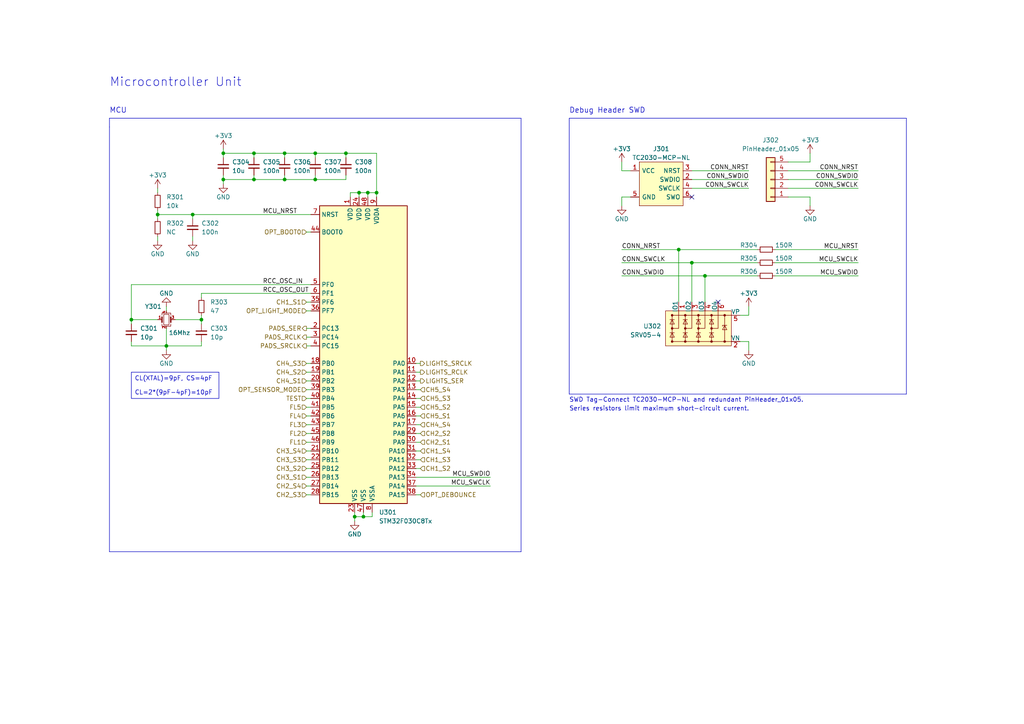
<source format=kicad_sch>
(kicad_sch (version 20221110) (generator eeschema)
  (paper "A4")
  (title_block (title "BD845-PWB") (date "2022-11-27") (rev "1") (company "BlueDot, Vincenzo Fortunato"))
  (lib_symbols
    (symbol "Connector_Generic:Conn_01x05" (pin_names (offset 1.016) hide)
      (property "Reference" "J" (at 0 7.62 0))
      (property "Value" "Conn_01x05" (at 0 -7.62 0))
      (symbol "Conn_01x05_1_1"
        (rectangle (start -1.27 -4.953) (end 0 -5.207) (stroke (width 0.1524)))
        (rectangle (start -1.27 -2.413) (end 0 -2.667) (stroke (width 0.1524)))
        (rectangle (start -1.27 0.127) (end 0 -0.127) (stroke (width 0.1524)))
        (rectangle (start -1.27 2.667) (end 0 2.413) (stroke (width 0.1524)))
        (rectangle (start -1.27 5.207) (end 0 4.953) (stroke (width 0.1524)))
        (rectangle (start -1.27 6.35) (end 1.27 -6.35) (stroke (width 0.254)) (fill (type background)))
        (pin passive line (at -5.08 5.08 0) (length 3.81) (name "Pin_1") (number "1"))
        (pin passive line (at -5.08 2.54 0) (length 3.81) (name "Pin_2") (number "2"))
        (pin passive line (at -5.08 0 0) (length 3.81) (name "Pin_3") (number "3"))
        (pin passive line (at -5.08 -2.54 0) (length 3.81) (name "Pin_4") (number "4"))
        (pin passive line (at -5.08 -5.08 0) (length 3.81) (name "Pin_5") (number "5"))
      )
    )
    (symbol "Device:C_Small" (pin_numbers hide) (pin_names (offset 0.254) hide)
      (property "Reference" "C" (at 0.254 1.778 0))
      (property "Value" "C_Small" (at 0.254 -2.032 0))
      (symbol "C_Small_0_1"
        (polyline (pts (xy -1.524 -0.508) (xy 1.524 -0.508)) (stroke (width 0.3302)))
        (polyline (pts (xy -1.524 0.508) (xy 1.524 0.508)) (stroke (width 0.3048)))
      )
      (symbol "C_Small_1_1"
        (pin passive line (at 0 2.54 270) (length 2.032) (name "~") (number "1"))
        (pin passive line (at 0 -2.54 90) (length 2.032) (name "~") (number "2"))
      )
    )
    (symbol "Device:Crystal_GND24_Small" (pin_names (offset 1.016) hide)
      (property "Reference" "Y" (at 1.27 4.445 0))
      (property "Value" "Crystal_GND24_Small" (at 1.27 2.54 0))
      (symbol "Crystal_GND24_Small_0_1"
        (rectangle (start -0.762 -1.524) (end 0.762 1.524))
        (polyline (pts (xy -1.27 -0.762) (xy -1.27 0.762)) (stroke (width 0.381)))
        (polyline (pts (xy 1.27 -0.762) (xy 1.27 0.762)) (stroke (width 0.381)))
        (polyline (pts (xy -1.27 -1.27) (xy -1.27 -1.905) (xy 1.27 -1.905) (xy 1.27 -1.27)))
        (polyline (pts (xy -1.27 1.27) (xy -1.27 1.905) (xy 1.27 1.905) (xy 1.27 1.27)))
      )
      (symbol "Crystal_GND24_Small_1_1"
        (pin passive line (at -2.54 0 0) (length 1.27) (name "1") (number "1"))
        (pin passive line (at 0 -2.54 90) (length 0.635) (name "2") (number "2"))
        (pin passive line (at 2.54 0 180) (length 1.27) (name "3") (number "3"))
        (pin passive line (at 0 2.54 270) (length 0.635) (name "4") (number "4"))
      )
    )
    (symbol "Device:R_Small" (pin_numbers hide) (pin_names (offset 0.254) hide)
      (property "Reference" "R" (at 0.762 0.508 0))
      (property "Value" "R_Small" (at 0.762 -1.016 0))
      (symbol "R_Small_0_1"
        (rectangle (start -0.762 1.778) (end 0.762 -1.778) (stroke (width 0.2032)))
      )
      (symbol "R_Small_1_1"
        (pin passive line (at 0 2.54 270) (length 0.762) (name "~") (number "1"))
        (pin passive line (at 0 -2.54 90) (length 0.762) (name "~") (number "2"))
      )
    )
    (symbol "ProjectLibrary:SRV05-4" (pin_names (offset 0))
      (property "Reference" "U" (at -7.62 -6.985 0))
      (property "Value" "SRV05-4" (at 0 -6.985 0))
      (symbol "SRV05-4_0_0"
        (polyline (pts (xy -6.985 -3.81) (xy -6.985 3.81)))
        (polyline (pts (xy -3.175 -3.81) (xy -3.175 3.81)))
        (polyline (pts (xy 0.635 -3.81) (xy 0.635 3.81)))
        (polyline (pts (xy 4.445 -3.81) (xy 4.445 3.81)))
      )
      (symbol "SRV05-4_0_1"
        (rectangle (start -8.89 5.08) (end 10.16 -5.08) (fill (type background)))
        (circle (center -6.985 -3.81) (radius 0.2794) (fill (type outline)))
        (circle (center -6.985 0) (radius 0.2794) (fill (type outline)))
        (circle (center -6.985 3.81) (radius 0.2794) (fill (type outline)))
        (circle (center -3.175 -3.81) (radius 0.2794) (fill (type outline)))
        (circle (center -3.175 0) (radius 0.2794) (fill (type outline)))
        (circle (center -3.175 3.81) (radius 0.2794) (fill (type outline)))
        (polyline (pts (xy -6.35 -1.27) (xy -7.62 -1.27)))
        (polyline (pts (xy -6.35 2.54) (xy -7.62 2.54)))
        (polyline (pts (xy -2.54 -1.27) (xy -3.81 -1.27)))
        (polyline (pts (xy -2.54 2.54) (xy -3.81 2.54)))
        (polyline (pts (xy 1.27 -1.27) (xy 0 -1.27)))
        (polyline (pts (xy 1.27 2.54) (xy 0 2.54)))
        (polyline (pts (xy 5.08 -1.27) (xy 3.81 -1.27)))
        (polyline (pts (xy 5.08 2.54) (xy 3.81 2.54)))
        (polyline (pts (xy 8.255 3.81) (xy 8.255 -3.81)))
        (polyline (pts (xy 10.16 -3.81) (xy -6.985 -3.81)))
        (polyline (pts (xy 10.16 3.81) (xy -6.985 3.81)))
        (polyline (pts (xy -6.985 0) (xy -5.08 0) (xy -5.08 5.08)))
        (polyline (pts (xy -3.175 0) (xy -1.27 0) (xy -1.27 5.08)))
        (polyline (pts (xy 0.635 0) (xy 2.54 0) (xy 2.54 5.08)))
        (polyline (pts (xy 4.445 0) (xy 6.35 0) (xy 6.35 5.08)))
        (polyline (pts (xy 8.89 0.889) (xy 7.62 0.889) (xy 7.62 0.635)))
        (polyline (pts (xy -6.35 -2.54) (xy -7.62 -2.54) (xy -6.985 -1.27) (xy -6.35 -2.54)))
        (polyline (pts (xy -6.35 1.27) (xy -7.62 1.27) (xy -6.985 2.54) (xy -6.35 1.27)))
        (polyline (pts (xy -2.54 -2.54) (xy -3.81 -2.54) (xy -3.175 -1.27) (xy -2.54 -2.54)))
        (polyline (pts (xy -2.54 1.27) (xy -3.81 1.27) (xy -3.175 2.54) (xy -2.54 1.27)))
        (polyline (pts (xy 1.27 -2.54) (xy 0 -2.54) (xy 0.635 -1.27) (xy 1.27 -2.54)))
        (polyline (pts (xy 1.27 1.27) (xy 0 1.27) (xy 0.635 2.54) (xy 1.27 1.27)))
        (polyline (pts (xy 5.08 -2.54) (xy 3.81 -2.54) (xy 4.445 -1.27) (xy 5.08 -2.54)))
        (polyline (pts (xy 5.08 1.27) (xy 3.81 1.27) (xy 4.445 2.54) (xy 5.08 1.27)))
        (polyline (pts (xy 8.89 -0.381) (xy 7.62 -0.381) (xy 8.255 0.889) (xy 8.89 -0.381)))
        (circle (center 0.635 -3.81) (radius 0.2794) (fill (type outline)))
        (circle (center 0.635 0) (radius 0.2794) (fill (type outline)))
        (circle (center 0.635 3.81) (radius 0.2794) (fill (type outline)))
        (circle (center 4.445 -3.81) (radius 0.2794) (fill (type outline)))
        (circle (center 4.445 0) (radius 0.2794) (fill (type outline)))
        (circle (center 4.445 3.81) (radius 0.2794) (fill (type outline)))
        (circle (center 8.255 -3.81) (radius 0.2794) (fill (type outline)))
        (circle (center 8.255 3.81) (radius 0.2794) (fill (type outline)))
      )
      (symbol "SRV05-4_1_1"
        (pin passive line (at -5.08 7.62 270) (length 2.54) (name "IO1") (number "1"))
        (pin passive line (at 12.7 -3.81 180) (length 2.54) (name "VN") (number "2"))
        (pin passive line (at -1.27 7.62 270) (length 2.54) (name "IO2") (number "3"))
        (pin passive line (at 2.54 7.62 270) (length 2.54) (name "IO3") (number "4"))
        (pin passive line (at 12.7 3.81 180) (length 2.54) (name "VP") (number "5"))
        (pin passive line (at 6.35 7.62 270) (length 2.54) (name "IO4") (number "6"))
      )
    )
    (symbol "ProjectLibrary:STM32F030C8Tx"
      (property "Reference" "U" (at -13.97 49.53 0))
      (property "Value" "STM32F030C8Tx" (at 6.35 49.53 0))
      (symbol "STM32F030C8Tx_0_1"
        (rectangle (start -12.7 48.26) (end 12.7 -38.1) (stroke (width 0.254)) (fill (type background)))
      )
      (symbol "STM32F030C8Tx_1_1"
        (pin power_in line (at -3.81 50.8 270) (length 2.54) (name "VDD") (number "1"))
        (pin bidirectional line (at 15.24 2.54 180) (length 2.54) (name "PA0") (number "10"))
        (pin bidirectional line (at 15.24 0 180) (length 2.54) (name "PA1") (number "11"))
        (pin bidirectional line (at 15.24 -2.54 180) (length 2.54) (name "PA2") (number "12"))
        (pin bidirectional line (at 15.24 -5.08 180) (length 2.54) (name "PA3") (number "13"))
        (pin bidirectional line (at 15.24 -7.62 180) (length 2.54) (name "PA4") (number "14"))
        (pin bidirectional line (at 15.24 -10.16 180) (length 2.54) (name "PA5") (number "15"))
        (pin bidirectional line (at 15.24 -12.7 180) (length 2.54) (name "PA6") (number "16"))
        (pin bidirectional line (at 15.24 -15.24 180) (length 2.54) (name "PA7") (number "17"))
        (pin bidirectional line (at -15.24 2.54 0) (length 2.54) (name "PB0") (number "18"))
        (pin bidirectional line (at -15.24 0 0) (length 2.54) (name "PB1") (number "19"))
        (pin bidirectional line (at -15.24 12.7 0) (length 2.54) (name "PC13") (number "2"))
        (pin bidirectional line (at -15.24 -2.54 0) (length 2.54) (name "PB2") (number "20"))
        (pin bidirectional line (at -15.24 -22.86 0) (length 2.54) (name "PB10") (number "21"))
        (pin bidirectional line (at -15.24 -25.4 0) (length 2.54) (name "PB11") (number "22"))
        (pin power_in line (at -2.54 -40.64 90) (length 2.54) (name "VSS") (number "23"))
        (pin power_in line (at -1.27 50.8 270) (length 2.54) (name "VDD") (number "24"))
        (pin bidirectional line (at -15.24 -27.94 0) (length 2.54) (name "PB12") (number "25"))
        (pin bidirectional line (at -15.24 -30.48 0) (length 2.54) (name "PB13") (number "26"))
        (pin bidirectional line (at -15.24 -33.02 0) (length 2.54) (name "PB14") (number "27"))
        (pin bidirectional line (at -15.24 -35.56 0) (length 2.54) (name "PB15") (number "28"))
        (pin bidirectional line (at 15.24 -17.78 180) (length 2.54) (name "PA8") (number "29"))
        (pin bidirectional line (at -15.24 10.16 0) (length 2.54) (name "PC14") (number "3"))
        (pin bidirectional line (at 15.24 -20.32 180) (length 2.54) (name "PA9") (number "30"))
        (pin bidirectional line (at 15.24 -22.86 180) (length 2.54) (name "PA10") (number "31"))
        (pin bidirectional line (at 15.24 -25.4 180) (length 2.54) (name "PA11") (number "32"))
        (pin bidirectional line (at 15.24 -27.94 180) (length 2.54) (name "PA12") (number "33"))
        (pin bidirectional line (at 15.24 -30.48 180) (length 2.54) (name "PA13") (number "34"))
        (pin bidirectional line (at -15.24 20.32 0) (length 2.54) (name "PF6") (number "35"))
        (pin bidirectional line (at -15.24 17.78 0) (length 2.54) (name "PF7") (number "36"))
        (pin bidirectional line (at 15.24 -33.02 180) (length 2.54) (name "PA14") (number "37"))
        (pin bidirectional line (at 15.24 -35.56 180) (length 2.54) (name "PA15") (number "38"))
        (pin bidirectional line (at -15.24 -5.08 0) (length 2.54) (name "PB3") (number "39"))
        (pin bidirectional line (at -15.24 7.62 0) (length 2.54) (name "PC15") (number "4"))
        (pin bidirectional line (at -15.24 -7.62 0) (length 2.54) (name "PB4") (number "40"))
        (pin bidirectional line (at -15.24 -10.16 0) (length 2.54) (name "PB5") (number "41"))
        (pin bidirectional line (at -15.24 -12.7 0) (length 2.54) (name "PB6") (number "42"))
        (pin bidirectional line (at -15.24 -15.24 0) (length 2.54) (name "PB7") (number "43"))
        (pin input line (at -15.24 40.64 0) (length 2.54) (name "BOOT0") (number "44"))
        (pin bidirectional line (at -15.24 -17.78 0) (length 2.54) (name "PB8") (number "45"))
        (pin bidirectional line (at -15.24 -20.32 0) (length 2.54) (name "PB9") (number "46"))
        (pin power_in line (at 0 -40.64 90) (length 2.54) (name "VSS") (number "47"))
        (pin power_in line (at 1.27 50.8 270) (length 2.54) (name "VDD") (number "48"))
        (pin input line (at -15.24 25.4 0) (length 2.54) (name "PF0") (number "5"))
        (pin input line (at -15.24 22.86 0) (length 2.54) (name "PF1") (number "6"))
        (pin input line (at -15.24 45.72 0) (length 2.54) (name "NRST") (number "7"))
        (pin power_in line (at 2.54 -40.64 90) (length 2.54) (name "VSSA") (number "8"))
        (pin power_in line (at 3.81 50.8 270) (length 2.54) (name "VDDA") (number "9"))
      )
    )
    (symbol "ProjectLibrary:TC2030-MCP-NL" (pin_names (offset 0.762))
      (property "Reference" "J" (at 1.27 10.16 0))
      (property "Value" "TC2030-MCP-NL" (at 0 7.62 0))
      (symbol "TC2030-MCP-NL_0_0"
        (pin power_out line (at 8.89 3.81 180) (length 2.54) (name "VCC") (number "1"))
        (pin passive line (at -8.89 1.27 0) (length 2.54) (name "SWDIO") (number "2"))
        (pin passive line (at -8.89 3.81 0) (length 2.54) (name "NRST") (number "3"))
        (pin passive line (at -8.89 -1.27 0) (length 2.54) (name "SWCLK") (number "4"))
        (pin power_out line (at 8.89 -3.81 180) (length 2.54) (name "GND") (number "5"))
        (pin passive line (at -8.89 -3.81 0) (length 2.54) (name "SWO") (number "6"))
      )
      (symbol "TC2030-MCP-NL_0_1"
        (rectangle (start -6.35 6.35) (end 6.35 -6.35) (fill (type background)))
      )
    )
    (symbol "power:+3V3" (power) (pin_names (offset 0))
      (property "Value" "+3V3" (at 0 3.556 0))
      (symbol "+3V3_0_1"
        (polyline (pts (xy -0.762 1.27) (xy 0 2.54)))
        (polyline (pts (xy 0 0) (xy 0 2.54)))
        (polyline (pts (xy 0 2.54) (xy 0.762 1.27)))
      )
      (symbol "+3V3_1_1"
        (pin power_in line (at 0 0 90) (length 0) hide (name "+3V3") (number "1"))
      )
    )
    (symbol "power:GND" (power) (pin_names (offset 0))
      (property "Value" "GND" (at 0 -3.81 0))
      (symbol "GND_0_1"
        (polyline (pts (xy 0 0) (xy 0 -1.27) (xy 1.27 -1.27) (xy 0 -2.54) (xy -1.27 -1.27) (xy 0 -1.27)))
      )
      (symbol "GND_1_1"
        (pin power_in line (at 0 0 270) (length 0) hide (name "GND") (number "1"))
      )
    )
  )
  (junction (at 109.22 55.88))
  (junction (at 55.88 62.23))
  (junction (at 82.55 52.07))
  (junction (at 105.41 149.86))
  (junction (at 82.55 44.45))
  (junction (at 91.44 52.07))
  (junction (at 58.42 92.71))
  (junction (at 204.47 80.01))
  (junction (at 106.68 55.88))
  (junction (at 100.33 44.45))
  (junction (at 38.1 92.71))
  (junction (at 91.44 44.45))
  (junction (at 73.66 44.45))
  (junction (at 64.77 44.45))
  (junction (at 45.72 62.23))
  (junction (at 102.87 149.86))
  (junction (at 104.14 55.88))
  (junction (at 73.66 52.07))
  (junction (at 48.26 100.33))
  (junction (at 196.85 72.39))
  (junction (at 200.66 76.2))
  (junction (at 64.77 52.07))
  (no_connect (at 208.28 87.63))
  (no_connect (at 200.66 57.15))
  (wire (pts (xy 180.34 72.39) (xy 196.85 72.39)))
  (wire (pts (xy 73.66 44.45) (xy 82.55 44.45)))
  (wire (pts (xy 109.22 44.45) (xy 109.22 55.88)))
  (wire (pts (xy 58.42 85.09) (xy 90.17 85.09)))
  (wire (pts (xy 88.9 67.31) (xy 90.17 67.31)))
  (wire (pts (xy 82.55 44.45) (xy 91.44 44.45)))
  (wire (pts (xy 88.9 118.11) (xy 90.17 118.11)))
  (wire (pts (xy 228.6 46.99) (xy 234.95 46.99)))
  (wire (pts (xy 58.42 91.44) (xy 58.42 92.71)))
  (wire (pts (xy 45.72 62.23) (xy 55.88 62.23)))
  (wire (pts (xy 45.72 54.61) (xy 45.72 55.88)))
  (wire (pts (xy 217.17 99.06) (xy 217.17 101.6)))
  (wire (pts (xy 107.95 148.59) (xy 107.95 149.86)))
  (wire (pts (xy 48.26 88.9) (xy 48.26 90.17)))
  (wire (pts (xy 214.63 99.06) (xy 217.17 99.06)))
  (polyline (pts (xy 31.75 34.29) (xy 31.75 36.83)))
  (wire (pts (xy 91.44 52.07) (xy 91.44 50.8)))
  (wire (pts (xy 45.72 60.96) (xy 45.72 62.23)))
  (wire (pts (xy 88.9 105.41) (xy 90.17 105.41)))
  (wire (pts (xy 224.79 72.39) (xy 248.92 72.39)))
  (wire (pts (xy 120.65 130.81) (xy 121.92 130.81)))
  (wire (pts (xy 120.65 107.95) (xy 121.92 107.95)))
  (wire (pts (xy 64.77 44.45) (xy 73.66 44.45)))
  (wire (pts (xy 58.42 99.06) (xy 58.42 100.33)))
  (wire (pts (xy 45.72 92.71) (xy 38.1 92.71)))
  (wire (pts (xy 82.55 52.07) (xy 91.44 52.07)))
  (wire (pts (xy 105.41 148.59) (xy 105.41 149.86)))
  (wire (pts (xy 58.42 92.71) (xy 58.42 93.98)))
  (wire (pts (xy 182.88 57.15) (xy 180.34 57.15)))
  (wire (pts (xy 120.65 120.65) (xy 121.92 120.65)))
  (wire (pts (xy 224.79 76.2) (xy 248.92 76.2)))
  (wire (pts (xy 228.6 57.15) (xy 234.95 57.15)))
  (wire (pts (xy 82.55 50.8) (xy 82.55 52.07)))
  (wire (pts (xy 234.95 57.15) (xy 234.95 59.69)))
  (wire (pts (xy 180.34 80.01) (xy 204.47 80.01)))
  (wire (pts (xy 102.87 148.59) (xy 102.87 149.86)))
  (wire (pts (xy 106.68 55.88) (xy 109.22 55.88)))
  (wire (pts (xy 120.65 143.51) (xy 121.92 143.51)))
  (wire (pts (xy 120.65 115.57) (xy 121.92 115.57)))
  (wire (pts (xy 104.14 55.88) (xy 104.14 57.15)))
  (wire (pts (xy 88.9 123.19) (xy 90.17 123.19)))
  (wire (pts (xy 38.1 82.55) (xy 90.17 82.55)))
  (wire (pts (xy 88.9 140.97) (xy 90.17 140.97)))
  (polyline (pts (xy 31.75 36.83) (xy 31.75 160.02)))
  (wire (pts (xy 88.9 128.27) (xy 90.17 128.27)))
  (wire (pts (xy 120.65 113.03) (xy 121.92 113.03)))
  (wire (pts (xy 180.34 46.99) (xy 180.34 49.53)))
  (wire (pts (xy 38.1 99.06) (xy 38.1 100.33)))
  (wire (pts (xy 64.77 52.07) (xy 64.77 53.34)))
  (wire (pts (xy 48.26 95.25) (xy 48.26 100.33)))
  (wire (pts (xy 200.66 49.53) (xy 217.17 49.53)))
  (wire (pts (xy 120.65 118.11) (xy 121.92 118.11)))
  (wire (pts (xy 200.66 52.07) (xy 217.17 52.07)))
  (wire (pts (xy 228.6 49.53) (xy 248.92 49.53)))
  (wire (pts (xy 88.9 113.03) (xy 90.17 113.03)))
  (wire (pts (xy 73.66 52.07) (xy 82.55 52.07)))
  (wire (pts (xy 55.88 62.23) (xy 55.88 63.5)))
  (wire (pts (xy 88.9 120.65) (xy 90.17 120.65)))
  (wire (pts (xy 88.9 100.33) (xy 90.17 100.33)))
  (polyline (pts (xy 31.75 160.02) (xy 151.13 160.02)))
  (wire (pts (xy 45.72 62.23) (xy 45.72 63.5)))
  (wire (pts (xy 120.65 135.89) (xy 121.92 135.89)))
  (wire (pts (xy 204.47 80.01) (xy 219.71 80.01)))
  (wire (pts (xy 55.88 68.58) (xy 55.88 69.85)))
  (wire (pts (xy 120.65 125.73) (xy 121.92 125.73)))
  (wire (pts (xy 196.85 72.39) (xy 196.85 87.63)))
  (wire (pts (xy 82.55 44.45) (xy 82.55 45.72)))
  (wire (pts (xy 101.6 55.88) (xy 101.6 57.15)))
  (wire (pts (xy 200.66 54.61) (xy 217.17 54.61)))
  (wire (pts (xy 105.41 149.86) (xy 107.95 149.86)))
  (wire (pts (xy 38.1 92.71) (xy 38.1 93.98)))
  (wire (pts (xy 224.79 80.01) (xy 248.92 80.01)))
  (wire (pts (xy 88.9 110.49) (xy 90.17 110.49)))
  (wire (pts (xy 120.65 138.43) (xy 142.24 138.43)))
  (wire (pts (xy 102.87 149.86) (xy 102.87 151.13)))
  (wire (pts (xy 228.6 52.07) (xy 248.92 52.07)))
  (polyline (pts (xy 262.89 114.3) (xy 262.89 34.29)))
  (wire (pts (xy 120.65 110.49) (xy 121.92 110.49)))
  (wire (pts (xy 100.33 44.45) (xy 109.22 44.45)))
  (wire (pts (xy 38.1 82.55) (xy 38.1 92.71)))
  (wire (pts (xy 234.95 44.45) (xy 234.95 46.99)))
  (wire (pts (xy 91.44 44.45) (xy 100.33 44.45)))
  (wire (pts (xy 88.9 143.51) (xy 90.17 143.51)))
  (wire (pts (xy 228.6 54.61) (xy 248.92 54.61)))
  (wire (pts (xy 88.9 107.95) (xy 90.17 107.95)))
  (wire (pts (xy 101.6 55.88) (xy 104.14 55.88)))
  (wire (pts (xy 102.87 149.86) (xy 105.41 149.86)))
  (wire (pts (xy 120.65 140.97) (xy 142.24 140.97)))
  (polyline (pts (xy 165.1 34.29) (xy 165.1 114.3)))
  (wire (pts (xy 120.65 123.19) (xy 121.92 123.19)))
  (wire (pts (xy 106.68 55.88) (xy 106.68 57.15)))
  (wire (pts (xy 88.9 133.35) (xy 90.17 133.35)))
  (wire (pts (xy 214.63 91.44) (xy 217.17 91.44)))
  (wire (pts (xy 120.65 133.35) (xy 121.92 133.35)))
  (polyline (pts (xy 165.1 34.29) (xy 262.89 34.29)))
  (wire (pts (xy 64.77 52.07) (xy 73.66 52.07)))
  (wire (pts (xy 73.66 44.45) (xy 73.66 45.72)))
  (wire (pts (xy 180.34 76.2) (xy 200.66 76.2)))
  (wire (pts (xy 88.9 97.79) (xy 90.17 97.79)))
  (wire (pts (xy 120.65 128.27) (xy 121.92 128.27)))
  (wire (pts (xy 196.85 72.39) (xy 219.71 72.39)))
  (wire (pts (xy 88.9 87.63) (xy 90.17 87.63)))
  (wire (pts (xy 109.22 55.88) (xy 109.22 57.15)))
  (wire (pts (xy 88.9 125.73) (xy 90.17 125.73)))
  (wire (pts (xy 88.9 90.17) (xy 90.17 90.17)))
  (wire (pts (xy 88.9 115.57) (xy 90.17 115.57)))
  (wire (pts (xy 180.34 49.53) (xy 182.88 49.53)))
  (wire (pts (xy 38.1 100.33) (xy 48.26 100.33)))
  (wire (pts (xy 55.88 62.23) (xy 90.17 62.23)))
  (wire (pts (xy 200.66 76.2) (xy 219.71 76.2)))
  (polyline (pts (xy 151.13 34.29) (xy 31.75 34.29)))
  (wire (pts (xy 200.66 87.63) (xy 200.66 76.2)))
  (wire (pts (xy 64.77 44.45) (xy 64.77 45.72)))
  (wire (pts (xy 48.26 100.33) (xy 58.42 100.33)))
  (wire (pts (xy 91.44 44.45) (xy 91.44 45.72)))
  (wire (pts (xy 88.9 95.25) (xy 90.17 95.25)))
  (wire (pts (xy 120.65 105.41) (xy 121.92 105.41)))
  (wire (pts (xy 50.8 92.71) (xy 58.42 92.71)))
  (wire (pts (xy 88.9 135.89) (xy 90.17 135.89)))
  (wire (pts (xy 204.47 80.01) (xy 204.47 87.63)))
  (wire (pts (xy 45.72 68.58) (xy 45.72 69.85)))
  (polyline (pts (xy 165.1 114.3) (xy 262.89 114.3)))
  (wire (pts (xy 217.17 88.9) (xy 217.17 91.44)))
  (polyline (pts (xy 151.13 160.02) (xy 151.13 34.29)))
  (wire (pts (xy 104.14 55.88) (xy 106.68 55.88)))
  (wire (pts (xy 100.33 52.07) (xy 100.33 50.8)))
  (wire (pts (xy 91.44 52.07) (xy 100.33 52.07)))
  (wire (pts (xy 64.77 43.18) (xy 64.77 44.45)))
  (wire (pts (xy 48.26 101.6) (xy 48.26 100.33)))
  (wire (pts (xy 64.77 50.8) (xy 64.77 52.07)))
  (wire (pts (xy 58.42 85.09) (xy 58.42 86.36)))
  (wire (pts (xy 73.66 50.8) (xy 73.66 52.07)))
  (wire (pts (xy 88.9 130.81) (xy 90.17 130.81)))
  (wire (pts (xy 88.9 138.43) (xy 90.17 138.43)))
  (wire (pts (xy 180.34 57.15) (xy 180.34 59.69)))
  (wire (pts (xy 100.33 44.45) (xy 100.33 45.72)))
  (text_box "CL(XTAL)=9pF, CS=4pF\n\nCL=2*(9pF-4pF)=10pF\n\n\n\n" (at 38.1 107.95 0) (size 25.4 7.62) (effects (font (size 1.27 1.27)) (justify left top)))
  (text "Series resistors limit maximum short-circuit current.\n" (at 165.1 119.38 0) (effects (font (size 1.27 1.27)) (justify left bottom)))
  (text "SWD Tag-Connect TC2030-MCP-NL and redundant PinHeader_01x05.\n" (at 165.1 116.84 0) (effects (font (size 1.27 1.27)) (justify left bottom)))
  (text "MCU" (at 31.75 33.02 0) (effects (font (size 1.524 1.524)) (justify left bottom)))
  (text "Microcontroller Unit" (at 31.75 25.4 0) (effects (font (size 2.54 2.54)) (justify left bottom)))
  (text "Debug Header SWD" (at 165.1 33.02 0) (effects (font (size 1.524 1.524)) (justify left bottom)))
  (label "RCC_OSC_IN" (at 76.2 82.55 0))
  (label "CONN_NRST" (at 180.34 72.39 0))
  (label "MCU_SWCLK" (at 142.24 140.97 180))
  (label "CONN_SWDIO" (at 217.17 52.07 180))
  (label "MCU_SWDIO" (at 142.24 138.43 180))
  (label "CONN_SWCLK" (at 180.34 76.2 0))
  (label "MCU_NRST" (at 248.92 72.39 180))
  (label "CONN_SWCLK" (at 248.92 54.61 180))
  (label "CONN_NRST" (at 217.17 49.53 180))
  (label "MCU_NRST" (at 76.2 62.23 0))
  (label "MCU_SWDIO" (at 248.92 80.01 180))
  (label "CONN_SWDIO" (at 248.92 52.07 180))
  (label "CONN_NRST" (at 248.92 49.53 180))
  (label "CONN_SWDIO" (at 180.34 80.01 0))
  (label "MCU_SWCLK" (at 248.92 76.2 180))
  (label "CONN_SWCLK" (at 217.17 54.61 180))
  (label "RCC_OSC_OUT" (at 76.2 85.09 0))
  (hierarchical_label "LIGHTS_RCLK" (shape output) (at 121.92 107.95 0))
  (hierarchical_label "CH1_S4" (shape input) (at 121.92 130.81 0))
  (hierarchical_label "CH5_S4" (shape input) (at 121.92 113.03 0))
  (hierarchical_label "OPT_DEBOUNCE" (shape input) (at 121.92 143.51 0))
  (hierarchical_label "CH3_S2" (shape input) (at 88.9 135.89 180))
  (hierarchical_label "CH2_S2" (shape input) (at 121.92 125.73 0))
  (hierarchical_label "CH1_S1" (shape input) (at 88.9 87.63 180))
  (hierarchical_label "LIGHTS_SRCLK" (shape output) (at 121.92 105.41 0))
  (hierarchical_label "TEST" (shape input) (at 88.9 115.57 180))
  (hierarchical_label "PADS_SRCLK" (shape output) (at 88.9 100.33 180))
  (hierarchical_label "CH1_S2" (shape input) (at 121.92 135.89 0))
  (hierarchical_label "FL1" (shape input) (at 88.9 128.27 180))
  (hierarchical_label "CH4_S2" (shape input) (at 88.9 107.95 180))
  (hierarchical_label "FL3" (shape input) (at 88.9 123.19 180))
  (hierarchical_label "LIGHTS_SER" (shape output) (at 121.92 110.49 0))
  (hierarchical_label "CH4_S3" (shape input) (at 88.9 105.41 180))
  (hierarchical_label "CH2_S3" (shape input) (at 88.9 143.51 180))
  (hierarchical_label "FL4" (shape input) (at 88.9 120.65 180))
  (hierarchical_label "CH1_S3" (shape input) (at 121.92 133.35 0))
  (hierarchical_label "FL5" (shape input) (at 88.9 118.11 180))
  (hierarchical_label "FL2" (shape input) (at 88.9 125.73 180))
  (hierarchical_label "PADS_SER" (shape output) (at 88.9 95.25 180))
  (hierarchical_label "OPT_SENSOR_MODE" (shape input) (at 88.9 113.03 180))
  (hierarchical_label "OPT_BOOT0" (shape input) (at 88.9 67.31 180))
  (hierarchical_label "CH3_S1" (shape input) (at 88.9 138.43 180))
  (hierarchical_label "CH4_S1" (shape input) (at 88.9 110.49 180))
  (hierarchical_label "CH5_S1" (shape input) (at 121.92 120.65 0))
  (hierarchical_label "CH2_S4" (shape input) (at 88.9 140.97 180))
  (hierarchical_label "CH5_S3" (shape input) (at 121.92 115.57 0))
  (hierarchical_label "CH3_S4" (shape input) (at 88.9 130.81 180))
  (hierarchical_label "OPT_LIGHT_MODE" (shape input) (at 88.9 90.17 180))
  (hierarchical_label "PADS_RCLK" (shape output) (at 88.9 97.79 180))
  (hierarchical_label "CH2_S1" (shape input) (at 121.92 128.27 0))
  (hierarchical_label "CH5_S2" (shape input) (at 121.92 118.11 0))
  (hierarchical_label "CH3_S3" (shape input) (at 88.9 133.35 180))
  (hierarchical_label "CH4_S4" (shape input) (at 121.92 123.19 0))
  (symbol (lib_id "power:GND") (at 45.72 69.85 0) (unit 1)
    (property "Reference" "#PWR?" (effects hide))
    (property "Value" "GND" (at 45.72 73.66 0))
    (instances (project "bd845-pwb" (path "" (reference "#PWR?") (unit 1) (value "GND") (footprint "")) (path "" (reference "#PWR0142") (unit 1) (value "GND") (footprint ""))))
  )
  (symbol (lib_id "power:GND") (at 234.95 59.69 0) (unit 1)
    (property "Reference" "#PWR?" (effects hide))
    (property "Value" "GND" (at 234.95 63.5 0))
    (instances (project "bd845-pwb" (path "" (reference "#PWR?") (unit 1) (value "GND") (footprint "")) (path "" (reference "#PWR0133") (unit 1) (value "GND") (footprint ""))))
  )
  (symbol (lib_id "Device:C_Small") (at 82.55 48.26 0) (unit 1)
    (property "Reference" "C306" (at 85.09 46.99 0) (effects (justify left)))
    (property "Value" "100n" (at 85.09 49.53 0) (effects (justify left)))
    (property "Footprint" "Capacitor_SMD:C_0603_1608Metric" (effects hide))
  )
  (symbol (lib_id "Device:R_Small") (at 222.25 76.2 90) (unit 1)
    (property "Reference" "R305" (at 214.63 74.93 90) (effects (justify right)))
    (property "Value" "150R" (at 224.79 74.93 90) (effects (justify right)))
    (property "Footprint" "Resistor_SMD:R_0603_1608Metric" (effects hide))
  )
  (symbol (lib_id "Device:C_Small") (at 38.1 96.52 0) (unit 1)
    (property "Reference" "C301" (at 40.64 95.25 0) (effects (justify left)))
    (property "Value" "10p" (at 40.64 97.79 0) (effects (justify left)))
    (property "Footprint" "Capacitor_SMD:C_0603_1608Metric" (effects hide))
  )
  (symbol (lib_id "power:GND") (at 64.77 53.34 0) (unit 1)
    (property "Reference" "#PWR?" (effects hide))
    (property "Value" "GND" (at 64.77 57.15 0))
    (instances (project "bd845-pwb" (path "" (reference "#PWR?") (unit 1) (value "GND") (footprint "")) (path "" (reference "#PWR0138") (unit 1) (value "GND") (footprint ""))))
  )
  (symbol (lib_id "Device:C_Small") (at 58.42 96.52 0) (unit 1)
    (property "Reference" "C303" (at 60.96 95.25 0) (effects (justify left)))
    (property "Value" "10p" (at 60.96 97.79 0) (effects (justify left)))
    (property "Footprint" "Capacitor_SMD:C_0603_1608Metric" (effects hide))
  )
  (symbol (lib_id "Device:R_Small") (at 222.25 72.39 90) (unit 1)
    (property "Reference" "R304" (at 214.63 71.12 90) (effects (justify right)))
    (property "Value" "150R" (at 224.79 71.12 90) (effects (justify right)))
    (property "Footprint" "Resistor_SMD:R_0603_1608Metric" (effects hide))
  )
  (symbol (lib_id "Device:R_Small") (at 45.72 58.42 0) (unit 1)
    (property "Reference" "R301" (at 48.26 57.15 0) (effects (justify left)))
    (property "Value" "10k" (at 48.26 59.69 0) (effects (justify left)))
    (property "Footprint" "Resistor_SMD:R_0603_1608Metric" (effects hide))
  )
  (symbol (lib_id "power:GND") (at 55.88 69.85 0) (unit 1)
    (property "Reference" "#PWR?" (effects hide))
    (property "Value" "GND" (at 55.88 73.66 0))
    (instances (project "bd845-pwb" (path "" (reference "#PWR?") (unit 1) (value "GND") (footprint "")) (path "" (reference "#PWR0143") (unit 1) (value "GND") (footprint ""))))
  )
  (symbol (lib_id "power:+3V3") (at 64.77 43.18 0) (unit 1)
    (property "Reference" "#PWR0137" (effects hide))
    (property "Value" "+3V3" (at 64.77 39.37 0))
  )
  (symbol (lib_id "power:+3V3") (at 45.72 54.61 0) (unit 1)
    (property "Reference" "#PWR0139" (effects hide))
    (property "Value" "+3V3" (at 45.72 50.8 0))
  )
  (symbol (lib_id "power:GND") (at 48.26 101.6 0) (unit 1)
    (property "Reference" "#PWR?" (effects hide))
    (property "Value" "GND" (at 48.26 105.41 0))
    (instances (project "bd845-pwb" (path "" (reference "#PWR?") (unit 1) (value "GND") (footprint "")) (path "" (reference "#PWR0140") (unit 1) (value "GND") (footprint ""))))
  )
  (symbol (lib_id "Device:C_Small") (at 55.88 66.04 0) (unit 1)
    (property "Reference" "C302" (at 58.42 64.77 0) (effects (justify left)))
    (property "Value" "100n" (at 58.42 67.31 0) (effects (justify left)))
    (property "Footprint" "Capacitor_SMD:C_0603_1608Metric" (effects hide))
  )
  (symbol (lib_id "ProjectLibrary:SRV05-4") (at 201.93 95.25 0) (unit 1)
    (property "Reference" "U302" (at 191.77 94.615 0) (effects (justify right)))
    (property "Value" "SRV05-4" (at 191.77 97.155 0) (effects (justify right)))
    (property "Footprint" "Package_TO_SOT_SMD:SOT-23-6" (effects hide))
    (property "Datasheet" "http://www.onsemi.com/pub/Collateral/SRV05-4-D.PDF" (effects hide))
  )
  (symbol (lib_id "power:GND") (at 180.34 59.69 0) (unit 1)
    (property "Reference" "#PWR?" (effects hide))
    (property "Value" "GND" (at 180.34 63.5 0))
    (instances (project "bd845-pwb" (path "" (reference "#PWR?") (unit 1) (value "GND") (footprint "")) (path "" (reference "#PWR0134") (unit 1) (value "GND") (footprint ""))))
  )
  (symbol (lib_id "ProjectLibrary:STM32F030C8Tx") (at 105.41 107.95 0) (unit 1)
    (property "Reference" "U301" (at 109.9059 148.59 0) (effects (justify left)))
    (property "Value" "STM32F030C8Tx" (at 109.9059 151.13 0) (effects (justify left)))
    (property "Footprint" "Package_QFP:LQFP-48_7x7mm_P0.5mm" (effects hide))
    (property "Datasheet" "http://www.st.com/st-web-ui/static/active/en/resource/technical/document/datasheet/DM00088500.pdf" (effects hide))
  )
  (symbol (lib_id "Device:C_Small") (at 73.66 48.26 0) (unit 1)
    (property "Reference" "C305" (at 76.2 46.99 0) (effects (justify left)))
    (property "Value" "100n" (at 76.2 49.53 0) (effects (justify left)))
    (property "Footprint" "Capacitor_SMD:C_0603_1608Metric" (effects hide))
  )
  (symbol (lib_id "Device:Crystal_GND24_Small") (at 48.26 92.71 0) (unit 1)
    (property "Reference" "Y301" (at 44.45 88.9 0))
    (property "Value" "16Mhz" (at 52.07 96.52 0))
    (property "Footprint" "Crystal:Crystal_SMD_3225-4Pin_3.2x2.5mm" (effects hide))
  )
  (symbol (lib_id "Device:C_Small") (at 91.44 48.26 0) (unit 1)
    (property "Reference" "C307" (at 93.98 46.99 0) (effects (justify left)))
    (property "Value" "100n" (at 93.98 49.53 0) (effects (justify left)))
    (property "Footprint" "Capacitor_SMD:C_0603_1608Metric" (effects hide))
  )
  (symbol (lib_id "Device:C_Small") (at 100.33 48.26 0) (unit 1)
    (property "Reference" "C308" (at 102.87 46.99 0) (effects (justify left)))
    (property "Value" "100n" (at 102.87 49.53 0) (effects (justify left)))
    (property "Footprint" "Capacitor_SMD:C_0603_1608Metric" (effects hide))
  )
  (symbol (lib_id "power:+3V3") (at 180.34 46.99 0) (unit 1)
    (property "Reference" "#PWR0135" (effects hide))
    (property "Value" "+3V3" (at 180.34 43.18 0))
  )
  (symbol (lib_id "power:GND") (at 102.87 151.13 0) (unit 1)
    (property "Reference" "#PWR?" (effects hide))
    (property "Value" "GND" (at 102.87 154.94 0))
    (instances (project "bd845-pwb" (path "" (reference "#PWR?") (unit 1) (value "GND") (footprint "")) (path "" (reference "#PWR0144") (unit 1) (value "GND") (footprint ""))))
  )
  (symbol (lib_id "power:GND") (at 48.26 88.9 180) (unit 1)
    (property "Reference" "#PWR?" (effects hide))
    (property "Value" "GND" (at 48.26 85.09 0))
    (instances (project "bd845-pwb" (path "" (reference "#PWR?") (unit 1) (value "GND") (footprint "")) (path "" (reference "#PWR0141") (unit 1) (value "GND") (footprint ""))))
  )
  (symbol (lib_id "power:GND") (at 217.17 101.6 0) (unit 1)
    (property "Reference" "#PWR?" (effects hide))
    (property "Value" "GND" (at 217.17 105.41 0))
    (instances (project "bd845-pwb" (path "" (reference "#PWR?") (unit 1) (value "GND") (footprint "")) (path "" (reference "#PWR0136") (unit 1) (value "GND") (footprint ""))))
  )
  (symbol (lib_id "Connector_Generic:Conn_01x05") (at 223.52 52.07 180) (unit 1)
    (property "Reference" "J302" (at 223.52 40.64 0))
    (property "Value" "PinHeader_01x05" (at 223.52 43.18 0))
    (property "Footprint" "Connector_PinHeader_2.54mm:PinHeader_1x05_P2.54mm_Vertical" (effects hide))
  )
  (symbol (lib_id "power:+3V3") (at 234.95 44.45 0) (unit 1)
    (property "Reference" "#PWR0131" (effects hide))
    (property "Value" "+3V3" (at 234.95 40.64 0))
  )
  (symbol (lib_id "Device:C_Small") (at 64.77 48.26 0) (unit 1)
    (property "Reference" "C304" (at 67.31 46.99 0) (effects (justify left)))
    (property "Value" "10u" (at 67.31 49.53 0) (effects (justify left)))
    (property "Footprint" "Capacitor_SMD:C_0603_1608Metric" (effects hide))
  )
  (symbol (lib_id "Device:R_Small") (at 222.25 80.01 90) (unit 1)
    (property "Reference" "R306" (at 214.63 78.74 90) (effects (justify right)))
    (property "Value" "150R" (at 224.79 78.74 90) (effects (justify right)))
    (property "Footprint" "Resistor_SMD:R_0603_1608Metric" (effects hide))
  )
  (symbol (lib_id "ProjectLibrary:TC2030-MCP-NL") (at 191.77 53.34 0) (mirror y) (unit 1)
    (property "Reference" "J301" (at 191.77 43.18 0))
    (property "Value" "TC2030-MCP-NL" (at 191.77 45.72 0))
    (property "Footprint" "Connector:Tag-Connect_TC2030-IDC-NL_2x03_P1.27mm_Vertical" (effects hide))
    (property "Datasheet" "http://ww1.microchip.com/downloads/en/DeviceDoc/TC2030-MCP-NL_PCB_Footprint_RevD.pdf" (effects hide))
    (property "Description" "TC2030-MCP-NL PCB Footprint (no legs)" (effects hide))
    (property "Manufacturer_Name" "Microchip" (effects hide))
    (property "Manufacturer_Part_Number" "TC2030-MCP-NL" (effects hide))
    (property "Mouser Part Number" "579-TC2030-MCP-NL" (effects hide))
    (property "Mouser Price/Stock" "https://www.mouser.co.uk/ProductDetail/Microchip-Technology/TC2030-MCP-NL?qs=vpV3rcoeaPNaPItFBtR60A%3D%3D" (effects hide))
    (property "Arrow Part Number" "TC2030-MCP-NL" (effects hide))
    (property "Arrow Price/Stock" "https://www.arrow.com/en/products/tc2030-mcp-nl/microchip-technology?region=nac" (effects hide))
  )
  (symbol (lib_id "Device:R_Small") (at 45.72 66.04 0) (unit 1)
    (property "Reference" "R302" (at 48.26 64.77 0) (effects (justify left)))
    (property "Value" "NC" (at 48.26 67.31 0) (effects (justify left)))
    (property "Footprint" "Resistor_SMD:R_0603_1608Metric" (effects hide))
  )
  (symbol (lib_id "power:+3V3") (at 217.17 88.9 0) (unit 1)
    (property "Reference" "#PWR0132" (effects hide))
    (property "Value" "+3V3" (at 217.17 85.09 0))
  )
  (symbol (lib_id "Device:R_Small") (at 58.42 88.9 0) (unit 1)
    (property "Reference" "R303" (at 60.96 87.63 0) (effects (justify left)))
    (property "Value" "47" (at 60.96 90.17 0) (effects (justify left)))
    (property "Footprint" "Resistor_SMD:R_0603_1608Metric" (effects hide))
  )
)
</source>
